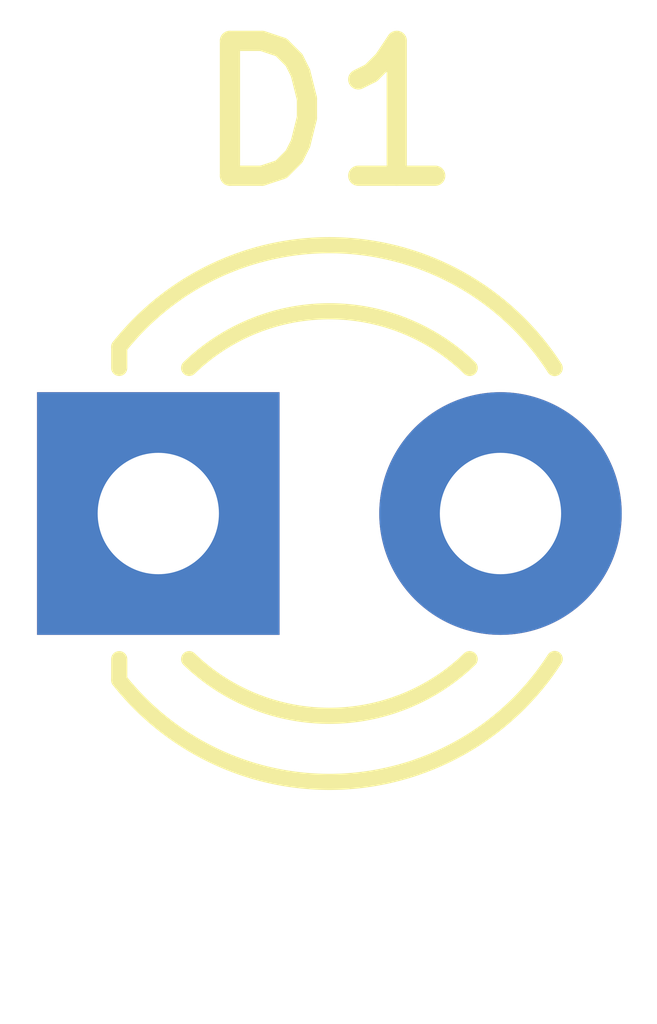
<source format=kicad_pcb>
(kicad_pcb (version 20211014) (generator pcbnew)
  (layers (0 "F.Cu" signal) (31 "B.Cu" signal) (34 "B.Paste" user) (35 "F.Paste" user) (36 "B.SilkS" user "B.Silkscreen") (37 "F.SilkS" user "F.Silkscreen") (38 "B.Mask" user) (39 "F.Mask" user) (44 "Edge.Cuts" user))
  (net 0 "")
  (net 1 "GND")
  (net 2 "Pin0")
  (footprint "LED_THT:LED_D3.0mm" (layer "F.Cu") (at -1.27 0)
    (fp_text reference "D1" (at 1.27 -2.96) (layer "F.SilkS"))
    (fp_text value "LED")
    (fp_line (start -0.29 1.08) (end -0.29 1.236) (layer "F.SilkS") (width 0.12))
    (fp_line (start -0.29 -1.236) (end -0.29 -1.08) (layer "F.SilkS") (width 0.12))
    (fp_arc (start 2.942335 1.078608) (mid 1.366487 1.987659) (end -0.29 1.235516) (layer "F.SilkS") (width 0.12))
    (fp_arc (start 0.229039 -1.08) (mid 1.270117 -1.5) (end 2.31113 -1.079837) (layer "F.SilkS") (width 0.12))
    (fp_arc (start 2.31113 1.079837) (mid 1.270117 1.5) (end 0.229039 1.08) (layer "F.SilkS") (width 0.12))
    (fp_arc (start -0.29 -1.235516) (mid 1.366487 -1.987659) (end 2.942335 -1.078608) (layer "F.SilkS") (width 0.12))
    (pad "1" thru_hole rect locked (at 0 0) (size 1.8 1.8) (drill 0.9) (layers *.Cu *.Mask) (net 1 "GND"))
    (pad "2" thru_hole circle locked (at 2.54 0) (size 1.8 1.8) (drill 0.9) (layers *.Cu *.Mask) (net 2 "Pin0"))
  )
)
</source>
